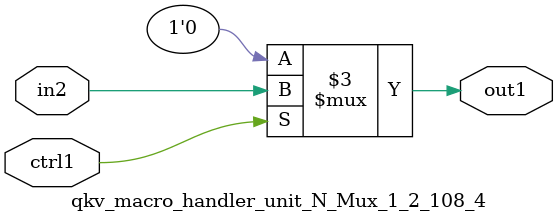
<source format=v>

`timescale 1ps / 1ps


module qkv_macro_handler_unit_N_Mux_1_2_108_4( in2, ctrl1, out1 );

    input in2;
    input ctrl1;
    output out1;
    reg out1;

    
    // rtl_process:qkv_macro_handler_unit_N_Mux_1_2_108_4/qkv_macro_handler_unit_N_Mux_1_2_108_4_thread_1
    always @*
      begin : qkv_macro_handler_unit_N_Mux_1_2_108_4_thread_1
        case (ctrl1) 
          1'b1: 
            begin
              out1 = in2;
            end
          default: 
            begin
              out1 = 1'b0;
            end
        endcase
      end

endmodule





</source>
